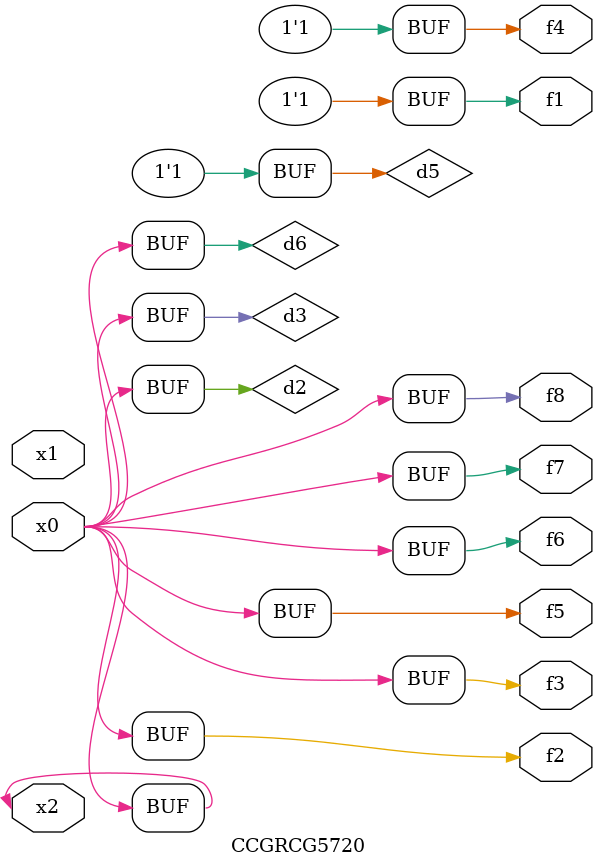
<source format=v>
module CCGRCG5720(
	input x0, x1, x2,
	output f1, f2, f3, f4, f5, f6, f7, f8
);

	wire d1, d2, d3, d4, d5, d6;

	xnor (d1, x2);
	buf (d2, x0, x2);
	and (d3, x0);
	xnor (d4, x1, x2);
	nand (d5, d1, d3);
	buf (d6, d2, d3);
	assign f1 = d5;
	assign f2 = d6;
	assign f3 = d6;
	assign f4 = d5;
	assign f5 = d6;
	assign f6 = d6;
	assign f7 = d6;
	assign f8 = d6;
endmodule

</source>
